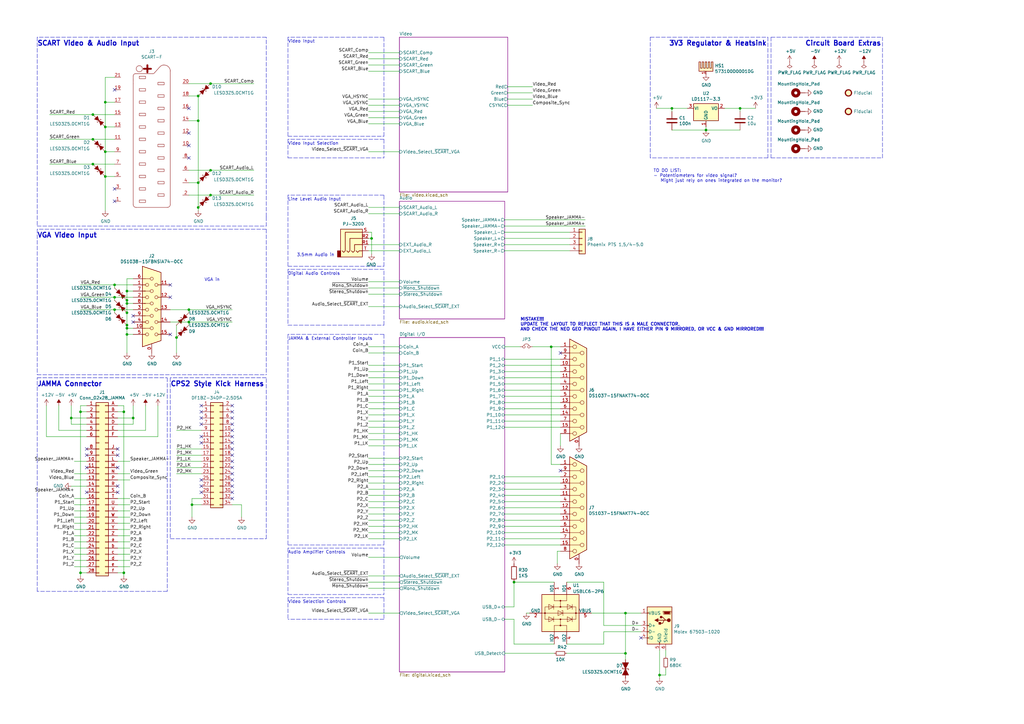
<source format=kicad_sch>
(kicad_sch (version 20200602) (host eeschema "(5.99.0-1907-g1c46bf195)")
  (page 1 4)
  (paper "A3")
  (title_block (title "JAMMA2Console") (date "2020-06-07") (rev "1.1") (company "Gold"))
  (junction (at 29.21 171.45))
  (junction (at 33.02 168.91))
  (junction (at 33.02 234.95))
  (junction (at 38.1 46.99))
  (junction (at 38.1 57.15))
  (junction (at 38.1 67.31))
  (junction (at 43.18 41.91))
  (junction (at 43.18 52.07))
  (junction (at 43.18 62.23))
  (junction (at 43.18 72.39))
  (junction (at 46.99 116.84))
  (junction (at 46.99 121.92))
  (junction (at 46.99 127))
  (junction (at 50.8 168.91))
  (junction (at 50.8 234.95))
  (junction (at 52.07 119.38))
  (junction (at 52.07 123.19))
  (junction (at 52.07 124.46))
  (junction (at 52.07 128.27))
  (junction (at 52.07 133.35))
  (junction (at 52.07 134.62))
  (junction (at 52.07 137.16))
  (junction (at 54.61 171.45))
  (junction (at 72.39 138.43))
  (junction (at 77.47 127))
  (junction (at 77.47 132.08))
  (junction (at 78.74 207.01))
  (junction (at 81.28 39.37))
  (junction (at 81.28 49.53))
  (junction (at 81.28 74.93))
  (junction (at 81.28 85.09))
  (junction (at 86.36 34.29))
  (junction (at 86.36 69.85))
  (junction (at 86.36 80.01))
  (junction (at 152.4 97.79))
  (junction (at 210.82 238.76))
  (junction (at 226.06 142.24))
  (junction (at 256.54 251.46))
  (junction (at 256.54 267.97))
  (junction (at 270.51 276.86))
  (junction (at 275.59 44.45))
  (junction (at 289.56 53.34))
  (junction (at 303.53 44.45))
  (no_connect (at 48.26 201.93))
  (no_connect (at 95.25 171.45))
  (no_connect (at 95.25 191.77))
  (no_connect (at 82.55 173.99))
  (no_connect (at 77.47 64.77))
  (no_connect (at 82.55 166.37))
  (no_connect (at 229.87 144.78))
  (no_connect (at 48.26 186.69))
  (no_connect (at 77.47 44.45))
  (no_connect (at 54.61 132.08))
  (no_connect (at 35.56 201.93))
  (no_connect (at 262.89 261.62))
  (no_connect (at 77.47 54.61))
  (no_connect (at 82.55 168.91))
  (no_connect (at 69.85 121.92))
  (no_connect (at 82.55 171.45))
  (no_connect (at 35.56 191.77))
  (no_connect (at 46.99 36.83))
  (no_connect (at 95.25 179.07))
  (no_connect (at 95.25 201.93))
  (no_connect (at 95.25 181.61))
  (no_connect (at 95.25 194.31))
  (no_connect (at 95.25 204.47))
  (no_connect (at 95.25 199.39))
  (no_connect (at 82.55 181.61))
  (no_connect (at 229.87 193.04))
  (no_connect (at 95.25 196.85))
  (no_connect (at 46.99 77.47))
  (no_connect (at 82.55 201.93))
  (no_connect (at 82.55 199.39))
  (no_connect (at 48.26 191.77))
  (no_connect (at 95.25 184.15))
  (no_connect (at 82.55 196.85))
  (no_connect (at 48.26 199.39))
  (no_connect (at 95.25 189.23))
  (no_connect (at 35.56 186.69))
  (no_connect (at 82.55 179.07))
  (no_connect (at 69.85 137.16))
  (no_connect (at 95.25 173.99))
  (no_connect (at 95.25 168.91))
  (no_connect (at 54.61 129.54))
  (no_connect (at 77.47 59.69))
  (no_connect (at 95.25 186.69))
  (no_connect (at 35.56 184.15))
  (no_connect (at 46.99 82.55))
  (no_connect (at 48.26 184.15))
  (no_connect (at 95.25 176.53))
  (no_connect (at 95.25 166.37))
  (no_connect (at 69.85 116.84))
  (wire (pts (xy 19.05 179.07) (xy 19.05 166.37)))
  (wire (pts (xy 19.05 179.07) (xy 35.56 179.07)))
  (wire (pts (xy 20.32 46.99) (xy 38.1 46.99)))
  (wire (pts (xy 20.32 57.15) (xy 38.1 57.15)))
  (wire (pts (xy 20.32 67.31) (xy 38.1 67.31)))
  (wire (pts (xy 24.13 176.53) (xy 24.13 166.37)))
  (wire (pts (xy 24.13 176.53) (xy 35.56 176.53)))
  (wire (pts (xy 29.21 171.45) (xy 29.21 166.37)))
  (wire (pts (xy 29.21 171.45) (xy 29.21 173.99)))
  (wire (pts (xy 30.48 219.71) (xy 35.56 219.71)))
  (wire (pts (xy 33.02 116.84) (xy 46.99 116.84)))
  (wire (pts (xy 33.02 121.92) (xy 46.99 121.92)))
  (wire (pts (xy 33.02 127) (xy 46.99 127)))
  (wire (pts (xy 33.02 166.37) (xy 33.02 168.91)))
  (wire (pts (xy 33.02 168.91) (xy 33.02 234.95)))
  (wire (pts (xy 33.02 234.95) (xy 33.02 236.22)))
  (wire (pts (xy 35.56 166.37) (xy 33.02 166.37)))
  (wire (pts (xy 35.56 168.91) (xy 33.02 168.91)))
  (wire (pts (xy 35.56 171.45) (xy 29.21 171.45)))
  (wire (pts (xy 35.56 173.99) (xy 29.21 173.99)))
  (wire (pts (xy 35.56 189.23) (xy 30.48 189.23)))
  (wire (pts (xy 35.56 194.31) (xy 30.48 194.31)))
  (wire (pts (xy 35.56 196.85) (xy 30.48 196.85)))
  (wire (pts (xy 35.56 199.39) (xy 29.21 199.39)))
  (wire (pts (xy 35.56 204.47) (xy 30.48 204.47)))
  (wire (pts (xy 35.56 207.01) (xy 30.48 207.01)))
  (wire (pts (xy 35.56 209.55) (xy 30.48 209.55)))
  (wire (pts (xy 35.56 212.09) (xy 30.48 212.09)))
  (wire (pts (xy 35.56 214.63) (xy 30.48 214.63)))
  (wire (pts (xy 35.56 217.17) (xy 30.48 217.17)))
  (wire (pts (xy 35.56 222.25) (xy 30.48 222.25)))
  (wire (pts (xy 35.56 224.79) (xy 30.48 224.79)))
  (wire (pts (xy 35.56 227.33) (xy 30.48 227.33)))
  (wire (pts (xy 35.56 229.87) (xy 30.48 229.87)))
  (wire (pts (xy 35.56 232.41) (xy 30.48 232.41)))
  (wire (pts (xy 35.56 234.95) (xy 33.02 234.95)))
  (wire (pts (xy 38.1 46.99) (xy 46.99 46.99)))
  (wire (pts (xy 38.1 57.15) (xy 46.99 57.15)))
  (wire (pts (xy 38.1 67.31) (xy 46.99 67.31)))
  (wire (pts (xy 43.18 31.75) (xy 43.18 41.91)))
  (wire (pts (xy 43.18 41.91) (xy 43.18 52.07)))
  (wire (pts (xy 43.18 52.07) (xy 43.18 62.23)))
  (wire (pts (xy 43.18 62.23) (xy 43.18 72.39)))
  (wire (pts (xy 43.18 72.39) (xy 43.18 86.36)))
  (wire (pts (xy 46.99 31.75) (xy 43.18 31.75)))
  (wire (pts (xy 46.99 41.91) (xy 43.18 41.91)))
  (wire (pts (xy 46.99 52.07) (xy 43.18 52.07)))
  (wire (pts (xy 46.99 62.23) (xy 43.18 62.23)))
  (wire (pts (xy 46.99 72.39) (xy 43.18 72.39)))
  (wire (pts (xy 46.99 116.84) (xy 54.61 116.84)))
  (wire (pts (xy 46.99 118.11) (xy 46.99 116.84)))
  (wire (pts (xy 46.99 121.92) (xy 54.61 121.92)))
  (wire (pts (xy 46.99 123.19) (xy 46.99 121.92)))
  (wire (pts (xy 46.99 127) (xy 54.61 127)))
  (wire (pts (xy 46.99 128.27) (xy 46.99 127)))
  (wire (pts (xy 48.26 166.37) (xy 50.8 166.37)))
  (wire (pts (xy 48.26 171.45) (xy 54.61 171.45)))
  (wire (pts (xy 48.26 176.53) (xy 59.69 176.53)))
  (wire (pts (xy 48.26 179.07) (xy 64.77 179.07)))
  (wire (pts (xy 48.26 189.23) (xy 53.34 189.23)))
  (wire (pts (xy 48.26 207.01) (xy 53.34 207.01)))
  (wire (pts (xy 48.26 209.55) (xy 53.34 209.55)))
  (wire (pts (xy 48.26 212.09) (xy 53.34 212.09)))
  (wire (pts (xy 48.26 214.63) (xy 53.34 214.63)))
  (wire (pts (xy 48.26 217.17) (xy 53.34 217.17)))
  (wire (pts (xy 48.26 219.71) (xy 53.34 219.71)))
  (wire (pts (xy 48.26 222.25) (xy 53.34 222.25)))
  (wire (pts (xy 48.26 224.79) (xy 53.34 224.79)))
  (wire (pts (xy 48.26 227.33) (xy 53.34 227.33)))
  (wire (pts (xy 48.26 229.87) (xy 53.34 229.87)))
  (wire (pts (xy 48.26 234.95) (xy 50.8 234.95)))
  (wire (pts (xy 50.8 166.37) (xy 50.8 168.91)))
  (wire (pts (xy 50.8 168.91) (xy 48.26 168.91)))
  (wire (pts (xy 50.8 168.91) (xy 50.8 234.95)))
  (wire (pts (xy 50.8 234.95) (xy 50.8 236.22)))
  (wire (pts (xy 52.07 114.3) (xy 52.07 119.38)))
  (wire (pts (xy 52.07 119.38) (xy 52.07 123.19)))
  (wire (pts (xy 52.07 119.38) (xy 54.61 119.38)))
  (wire (pts (xy 52.07 123.19) (xy 52.07 124.46)))
  (wire (pts (xy 52.07 124.46) (xy 52.07 128.27)))
  (wire (pts (xy 52.07 124.46) (xy 54.61 124.46)))
  (wire (pts (xy 52.07 128.27) (xy 52.07 133.35)))
  (wire (pts (xy 52.07 133.35) (xy 52.07 134.62)))
  (wire (pts (xy 52.07 134.62) (xy 52.07 137.16)))
  (wire (pts (xy 52.07 134.62) (xy 54.61 134.62)))
  (wire (pts (xy 52.07 137.16) (xy 52.07 144.78)))
  (wire (pts (xy 52.07 137.16) (xy 54.61 137.16)))
  (wire (pts (xy 53.34 194.31) (xy 48.26 194.31)))
  (wire (pts (xy 53.34 196.85) (xy 48.26 196.85)))
  (wire (pts (xy 53.34 204.47) (xy 48.26 204.47)))
  (wire (pts (xy 53.34 232.41) (xy 48.26 232.41)))
  (wire (pts (xy 54.61 114.3) (xy 52.07 114.3)))
  (wire (pts (xy 54.61 171.45) (xy 54.61 166.37)))
  (wire (pts (xy 54.61 171.45) (xy 54.61 173.99)))
  (wire (pts (xy 54.61 173.99) (xy 48.26 173.99)))
  (wire (pts (xy 59.69 176.53) (xy 59.69 166.37)))
  (wire (pts (xy 64.77 179.07) (xy 64.77 166.37)))
  (wire (pts (xy 69.85 127) (xy 77.47 127)))
  (wire (pts (xy 69.85 132.08) (xy 77.47 132.08)))
  (wire (pts (xy 72.39 133.35) (xy 72.39 138.43)))
  (wire (pts (xy 72.39 138.43) (xy 72.39 144.78)))
  (wire (pts (xy 72.39 176.53) (xy 82.55 176.53)))
  (wire (pts (xy 77.47 34.29) (xy 86.36 34.29)))
  (wire (pts (xy 77.47 39.37) (xy 81.28 39.37)))
  (wire (pts (xy 77.47 49.53) (xy 81.28 49.53)))
  (wire (pts (xy 77.47 69.85) (xy 86.36 69.85)))
  (wire (pts (xy 77.47 74.93) (xy 81.28 74.93)))
  (wire (pts (xy 77.47 80.01) (xy 86.36 80.01)))
  (wire (pts (xy 77.47 127) (xy 77.47 128.27)))
  (wire (pts (xy 77.47 127) (xy 95.25 127)))
  (wire (pts (xy 77.47 132.08) (xy 77.47 133.35)))
  (wire (pts (xy 77.47 132.08) (xy 95.25 132.08)))
  (wire (pts (xy 78.74 204.47) (xy 78.74 207.01)))
  (wire (pts (xy 78.74 207.01) (xy 78.74 212.09)))
  (wire (pts (xy 78.74 207.01) (xy 82.55 207.01)))
  (wire (pts (xy 81.28 39.37) (xy 81.28 49.53)))
  (wire (pts (xy 81.28 49.53) (xy 81.28 74.93)))
  (wire (pts (xy 81.28 74.93) (xy 81.28 85.09)))
  (wire (pts (xy 81.28 85.09) (xy 81.28 86.36)))
  (wire (pts (xy 82.55 184.15) (xy 72.39 184.15)))
  (wire (pts (xy 82.55 186.69) (xy 72.39 186.69)))
  (wire (pts (xy 82.55 189.23) (xy 72.39 189.23)))
  (wire (pts (xy 82.55 191.77) (xy 72.39 191.77)))
  (wire (pts (xy 82.55 194.31) (xy 72.39 194.31)))
  (wire (pts (xy 82.55 204.47) (xy 78.74 204.47)))
  (wire (pts (xy 86.36 34.29) (xy 104.14 34.29)))
  (wire (pts (xy 86.36 69.85) (xy 104.14 69.85)))
  (wire (pts (xy 86.36 80.01) (xy 104.14 80.01)))
  (wire (pts (xy 95.25 207.01) (xy 99.06 207.01)))
  (wire (pts (xy 99.06 207.01) (xy 99.06 212.09)))
  (wire (pts (xy 151.13 21.59) (xy 163.83 21.59)))
  (wire (pts (xy 151.13 24.13) (xy 163.83 24.13)))
  (wire (pts (xy 151.13 26.67) (xy 163.83 26.67)))
  (wire (pts (xy 151.13 29.21) (xy 163.83 29.21)))
  (wire (pts (xy 151.13 62.23) (xy 163.83 62.23)))
  (wire (pts (xy 151.13 85.09) (xy 163.83 85.09)))
  (wire (pts (xy 151.13 87.63) (xy 163.83 87.63)))
  (wire (pts (xy 151.13 95.25) (xy 152.4 95.25)))
  (wire (pts (xy 151.13 97.79) (xy 152.4 97.79)))
  (wire (pts (xy 151.13 100.33) (xy 163.83 100.33)))
  (wire (pts (xy 151.13 102.87) (xy 163.83 102.87)))
  (wire (pts (xy 151.13 115.57) (xy 163.83 115.57)))
  (wire (pts (xy 151.13 118.11) (xy 163.83 118.11)))
  (wire (pts (xy 151.13 120.65) (xy 163.83 120.65)))
  (wire (pts (xy 151.13 149.86) (xy 163.83 149.86)))
  (wire (pts (xy 151.13 152.4) (xy 163.83 152.4)))
  (wire (pts (xy 151.13 154.94) (xy 163.83 154.94)))
  (wire (pts (xy 151.13 157.48) (xy 163.83 157.48)))
  (wire (pts (xy 151.13 160.02) (xy 163.83 160.02)))
  (wire (pts (xy 151.13 162.56) (xy 163.83 162.56)))
  (wire (pts (xy 151.13 165.1) (xy 163.83 165.1)))
  (wire (pts (xy 151.13 167.64) (xy 163.83 167.64)))
  (wire (pts (xy 151.13 170.18) (xy 163.83 170.18)))
  (wire (pts (xy 151.13 172.72) (xy 163.83 172.72)))
  (wire (pts (xy 151.13 175.26) (xy 163.83 175.26)))
  (wire (pts (xy 151.13 177.8) (xy 163.83 177.8)))
  (wire (pts (xy 151.13 180.34) (xy 163.83 180.34)))
  (wire (pts (xy 151.13 182.88) (xy 163.83 182.88)))
  (wire (pts (xy 151.13 187.96) (xy 163.83 187.96)))
  (wire (pts (xy 151.13 190.5) (xy 163.83 190.5)))
  (wire (pts (xy 151.13 193.04) (xy 163.83 193.04)))
  (wire (pts (xy 151.13 195.58) (xy 163.83 195.58)))
  (wire (pts (xy 151.13 198.12) (xy 163.83 198.12)))
  (wire (pts (xy 151.13 200.66) (xy 163.83 200.66)))
  (wire (pts (xy 151.13 203.2) (xy 163.83 203.2)))
  (wire (pts (xy 151.13 205.74) (xy 163.83 205.74)))
  (wire (pts (xy 151.13 208.28) (xy 163.83 208.28)))
  (wire (pts (xy 151.13 210.82) (xy 163.83 210.82)))
  (wire (pts (xy 151.13 213.36) (xy 163.83 213.36)))
  (wire (pts (xy 151.13 215.9) (xy 163.83 215.9)))
  (wire (pts (xy 151.13 218.44) (xy 163.83 218.44)))
  (wire (pts (xy 151.13 220.98) (xy 163.83 220.98)))
  (wire (pts (xy 151.13 228.6) (xy 163.83 228.6)))
  (wire (pts (xy 151.13 238.76) (xy 163.83 238.76)))
  (wire (pts (xy 151.13 241.3) (xy 163.83 241.3)))
  (wire (pts (xy 152.4 95.25) (xy 152.4 97.79)))
  (wire (pts (xy 152.4 97.79) (xy 152.4 104.14)))
  (wire (pts (xy 163.83 40.64) (xy 151.13 40.64)))
  (wire (pts (xy 163.83 43.18) (xy 151.13 43.18)))
  (wire (pts (xy 163.83 45.72) (xy 151.13 45.72)))
  (wire (pts (xy 163.83 48.26) (xy 151.13 48.26)))
  (wire (pts (xy 163.83 50.8) (xy 151.13 50.8)))
  (wire (pts (xy 163.83 125.73) (xy 151.13 125.73)))
  (wire (pts (xy 163.83 142.24) (xy 151.13 142.24)))
  (wire (pts (xy 163.83 144.78) (xy 151.13 144.78)))
  (wire (pts (xy 163.83 236.22) (xy 151.13 236.22)))
  (wire (pts (xy 163.83 251.46) (xy 151.13 251.46)))
  (wire (pts (xy 207.01 90.17) (xy 240.03 90.17)))
  (wire (pts (xy 207.01 92.71) (xy 240.03 92.71)))
  (wire (pts (xy 207.01 95.25) (xy 233.68 95.25)))
  (wire (pts (xy 207.01 97.79) (xy 233.68 97.79)))
  (wire (pts (xy 207.01 100.33) (xy 233.68 100.33)))
  (wire (pts (xy 207.01 102.87) (xy 233.68 102.87)))
  (wire (pts (xy 207.01 147.32) (xy 229.87 147.32)))
  (wire (pts (xy 207.01 149.86) (xy 229.87 149.86)))
  (wire (pts (xy 207.01 152.4) (xy 229.87 152.4)))
  (wire (pts (xy 207.01 154.94) (xy 229.87 154.94)))
  (wire (pts (xy 207.01 157.48) (xy 229.87 157.48)))
  (wire (pts (xy 207.01 160.02) (xy 229.87 160.02)))
  (wire (pts (xy 207.01 162.56) (xy 229.87 162.56)))
  (wire (pts (xy 207.01 165.1) (xy 229.87 165.1)))
  (wire (pts (xy 207.01 167.64) (xy 229.87 167.64)))
  (wire (pts (xy 207.01 170.18) (xy 229.87 170.18)))
  (wire (pts (xy 207.01 172.72) (xy 229.87 172.72)))
  (wire (pts (xy 207.01 175.26) (xy 229.87 175.26)))
  (wire (pts (xy 207.01 195.58) (xy 229.87 195.58)))
  (wire (pts (xy 207.01 198.12) (xy 229.87 198.12)))
  (wire (pts (xy 207.01 200.66) (xy 229.87 200.66)))
  (wire (pts (xy 207.01 203.2) (xy 229.87 203.2)))
  (wire (pts (xy 207.01 205.74) (xy 229.87 205.74)))
  (wire (pts (xy 207.01 208.28) (xy 229.87 208.28)))
  (wire (pts (xy 207.01 210.82) (xy 229.87 210.82)))
  (wire (pts (xy 207.01 213.36) (xy 229.87 213.36)))
  (wire (pts (xy 207.01 215.9) (xy 229.87 215.9)))
  (wire (pts (xy 207.01 218.44) (xy 229.87 218.44)))
  (wire (pts (xy 207.01 220.98) (xy 229.87 220.98)))
  (wire (pts (xy 207.01 223.52) (xy 229.87 223.52)))
  (wire (pts (xy 207.01 254) (xy 210.82 254)))
  (wire (pts (xy 208.28 35.56) (xy 218.44 35.56)))
  (wire (pts (xy 208.28 38.1) (xy 218.44 38.1)))
  (wire (pts (xy 208.28 40.64) (xy 218.44 40.64)))
  (wire (pts (xy 208.28 43.18) (xy 218.44 43.18)))
  (wire (pts (xy 210.82 238.76) (xy 210.82 248.92)))
  (wire (pts (xy 210.82 248.92) (xy 207.01 248.92)))
  (wire (pts (xy 210.82 254) (xy 210.82 264.16)))
  (wire (pts (xy 210.82 264.16) (xy 227.33 264.16)))
  (wire (pts (xy 213.36 142.24) (xy 207.01 142.24)))
  (wire (pts (xy 217.17 251.46) (xy 215.9 251.46)))
  (wire (pts (xy 226.06 142.24) (xy 218.44 142.24)))
  (wire (pts (xy 226.06 142.24) (xy 226.06 190.5)))
  (wire (pts (xy 226.06 142.24) (xy 229.87 142.24)))
  (wire (pts (xy 227.33 238.76) (xy 210.82 238.76)))
  (wire (pts (xy 227.33 267.97) (xy 207.01 267.97)))
  (wire (pts (xy 228.6 226.06) (xy 228.6 231.14)))
  (wire (pts (xy 228.6 226.06) (xy 229.87 226.06)))
  (wire (pts (xy 229.87 177.8) (xy 229.87 182.88)))
  (wire (pts (xy 229.87 190.5) (xy 226.06 190.5)))
  (wire (pts (xy 232.41 238.76) (xy 247.65 238.76)))
  (wire (pts (xy 242.57 251.46) (xy 256.54 251.46)))
  (wire (pts (xy 247.65 238.76) (xy 247.65 256.54)))
  (wire (pts (xy 247.65 256.54) (xy 262.89 256.54)))
  (wire (pts (xy 247.65 259.08) (xy 247.65 264.16)))
  (wire (pts (xy 247.65 264.16) (xy 232.41 264.16)))
  (wire (pts (xy 256.54 251.46) (xy 256.54 267.97)))
  (wire (pts (xy 256.54 251.46) (xy 262.89 251.46)))
  (wire (pts (xy 256.54 267.97) (xy 232.41 267.97)))
  (wire (pts (xy 256.54 270.51) (xy 256.54 267.97)))
  (wire (pts (xy 262.89 259.08) (xy 247.65 259.08)))
  (wire (pts (xy 270.51 266.7) (xy 270.51 276.86)))
  (wire (pts (xy 270.51 276.86) (xy 270.51 278.13)))
  (wire (pts (xy 273.05 269.24) (xy 273.05 266.7)))
  (wire (pts (xy 273.05 274.32) (xy 273.05 276.86)))
  (wire (pts (xy 273.05 276.86) (xy 270.51 276.86)))
  (wire (pts (xy 275.59 44.45) (xy 269.24 44.45)))
  (wire (pts (xy 275.59 44.45) (xy 281.94 44.45)))
  (wire (pts (xy 275.59 45.72) (xy 275.59 44.45)))
  (wire (pts (xy 275.59 53.34) (xy 289.56 53.34)))
  (wire (pts (xy 289.56 53.34) (xy 289.56 52.07)))
  (wire (pts (xy 297.18 44.45) (xy 303.53 44.45)))
  (wire (pts (xy 303.53 44.45) (xy 303.53 45.72)))
  (wire (pts (xy 303.53 44.45) (xy 309.88 44.45)))
  (wire (pts (xy 303.53 53.34) (xy 289.56 53.34)))
  (polyline (pts (xy 15.24 15.24) (xy 15.24 92.71)) (stroke (width 0) (type dash)))
  (polyline (pts (xy 15.24 92.71) (xy 109.22 92.71)) (stroke (width 0) (type dash)))
  (polyline (pts (xy 15.24 93.98) (xy 15.24 153.67)) (stroke (width 0) (type dash)))
  (polyline (pts (xy 15.24 153.67) (xy 109.22 153.67)) (stroke (width 0) (type dash)))
  (polyline (pts (xy 15.24 154.94) (xy 68.58 154.94)) (stroke (width 0) (type dash)))
  (polyline (pts (xy 15.24 242.57) (xy 15.24 154.94)) (stroke (width 0) (type dash)))
  (polyline (pts (xy 68.58 154.94) (xy 68.58 242.57)) (stroke (width 0) (type dash)))
  (polyline (pts (xy 68.58 242.57) (xy 15.24 242.57)) (stroke (width 0) (type dash)))
  (polyline (pts (xy 69.85 154.94) (xy 69.85 220.98)) (stroke (width 0) (type dash)))
  (polyline (pts (xy 69.85 220.98) (xy 109.22 220.98)) (stroke (width 0) (type dash)))
  (polyline (pts (xy 109.22 15.24) (xy 15.24 15.24)) (stroke (width 0) (type dash)))
  (polyline (pts (xy 109.22 88.9) (xy 109.22 15.24)) (stroke (width 0) (type dash)))
  (polyline (pts (xy 109.22 88.9) (xy 109.22 92.71)) (stroke (width 0) (type dash)))
  (polyline (pts (xy 109.22 93.98) (xy 15.24 93.98)) (stroke (width 0) (type dash)))
  (polyline (pts (xy 109.22 93.98) (xy 109.22 153.67)) (stroke (width 0) (type dash)))
  (polyline (pts (xy 109.22 154.94) (xy 69.85 154.94)) (stroke (width 0) (type dash)))
  (polyline (pts (xy 109.22 220.98) (xy 109.22 154.94)) (stroke (width 0) (type dash)))
  (polyline (pts (xy 118.11 15.24) (xy 118.11 55.88)) (stroke (width 0) (type dash)))
  (polyline (pts (xy 118.11 55.88) (xy 157.48 55.88)) (stroke (width 0) (type dash)))
  (polyline (pts (xy 118.11 57.15) (xy 118.11 64.77)) (stroke (width 0) (type dash)))
  (polyline (pts (xy 118.11 64.77) (xy 157.48 64.77)) (stroke (width 0) (type dash)))
  (polyline (pts (xy 118.11 80.01) (xy 118.11 109.22)) (stroke (width 0) (type dash)))
  (polyline (pts (xy 118.11 109.22) (xy 157.48 109.22)) (stroke (width 0) (type dash)))
  (polyline (pts (xy 118.11 110.49) (xy 118.11 133.35)) (stroke (width 0) (type dash)))
  (polyline (pts (xy 118.11 133.35) (xy 157.48 133.35)) (stroke (width 0) (type dash)))
  (polyline (pts (xy 118.11 137.16) (xy 118.11 223.52)) (stroke (width 0) (type dash)))
  (polyline (pts (xy 118.11 223.52) (xy 157.48 223.52)) (stroke (width 0) (type dash)))
  (polyline (pts (xy 118.11 224.79) (xy 118.11 243.84)) (stroke (width 0) (type dash)))
  (polyline (pts (xy 118.11 243.84) (xy 157.48 243.84)) (stroke (width 0) (type dash)))
  (polyline (pts (xy 118.11 245.11) (xy 118.11 254)) (stroke (width 0) (type dash)))
  (polyline (pts (xy 157.48 15.24) (xy 118.11 15.24)) (stroke (width 0) (type dash)))
  (polyline (pts (xy 157.48 55.88) (xy 157.48 15.24)) (stroke (width 0) (type dash)))
  (polyline (pts (xy 157.48 57.15) (xy 118.11 57.15)) (stroke (width 0) (type dash)))
  (polyline (pts (xy 157.48 57.15) (xy 157.48 64.77)) (stroke (width 0) (type dash)))
  (polyline (pts (xy 157.48 80.01) (xy 118.11 80.01)) (stroke (width 0) (type dash)))
  (polyline (pts (xy 157.48 109.22) (xy 157.48 80.01)) (stroke (width 0) (type dash)))
  (polyline (pts (xy 157.48 110.49) (xy 118.11 110.49)) (stroke (width 0) (type dash)))
  (polyline (pts (xy 157.48 133.35) (xy 157.48 110.49)) (stroke (width 0) (type dash)))
  (polyline (pts (xy 157.48 137.16) (xy 118.11 137.16)) (stroke (width 0) (type dash)))
  (polyline (pts (xy 157.48 137.16) (xy 157.48 223.52)) (stroke (width 0) (type dash)))
  (polyline (pts (xy 157.48 224.79) (xy 118.11 224.79)) (stroke (width 0) (type dash)))
  (polyline (pts (xy 157.48 224.79) (xy 157.48 243.84)) (stroke (width 0) (type dash)))
  (polyline (pts (xy 157.48 245.11) (xy 118.11 245.11)) (stroke (width 0) (type dash)))
  (polyline (pts (xy 157.48 245.11) (xy 157.48 254)) (stroke (width 0) (type dash)))
  (polyline (pts (xy 157.48 254) (xy 118.11 254)) (stroke (width 0) (type dash)))
  (polyline (pts (xy 266.7 15.24) (xy 314.96 15.24)) (stroke (width 0) (type dash)))
  (polyline (pts (xy 266.7 64.77) (xy 266.7 15.24)) (stroke (width 0) (type dash)))
  (polyline (pts (xy 314.96 15.24) (xy 314.96 64.77)) (stroke (width 0) (type dash)))
  (polyline (pts (xy 314.96 64.77) (xy 266.7 64.77)) (stroke (width 0) (type dash)))
  (polyline (pts (xy 316.23 15.24) (xy 316.23 64.77)) (stroke (width 0) (type dash)))
  (polyline (pts (xy 316.23 15.24) (xy 361.95 15.24)) (stroke (width 0) (type dash)))
  (polyline (pts (xy 316.23 64.77) (xy 361.95 64.77)) (stroke (width 0) (type dash)))
  (polyline (pts (xy 361.95 64.77) (xy 361.95 15.24)) (stroke (width 0) (type dash)))
  (text "SCART Video & Audio Input" (at 15.24 19.05 0) (effects (font (size 2.007 2.007) (thickness 0.4014) bold) (justify left bottom)))
  (text "VGA Video Input" (at 15.24 97.79 0) (effects (font (size 2.007 2.007) (thickness 0.4014) bold) (justify left bottom)))
  (text "JAMMA Connector" (at 15.24 158.75 0) (effects (font (size 2.007 2.007) (thickness 0.4014) bold) (justify left bottom)))
  (text "CPS2 Style Kick Harness" (at 69.85 158.75 0) (effects (font (size 2.007 2.007) (thickness 0.4014) bold) (justify left bottom)))
  (text "VGA in" (at 83.82 115.57 0) (effects (font (size 1.27 1.27)) (justify left bottom)))
  (text "Video Input" (at 118.11 17.78 0) (effects (font (size 1.27 1.27)) (justify left bottom)))
  (text "Video Input Selection" (at 118.11 59.69 0) (effects (font (size 1.27 1.27)) (justify left bottom)))
  (text "Line Level Audio Input" (at 118.11 82.55 0) (effects (font (size 1.27 1.27)) (justify left bottom)))
  (text "Digital Audio Controls" (at 118.11 113.03 0) (effects (font (size 1.27 1.27)) (justify left bottom)))
  (text "JAMMA & External Controller Inputs" (at 118.11 139.7 0) (effects (font (size 1.27 1.27)) (justify left bottom)))
  (text "Audio Amplifier Controls" (at 118.11 227.33 0) (effects (font (size 1.27 1.27)) (justify left bottom)))
  (text "Video Selection Controls" (at 118.11 247.65 0) (effects (font (size 1.27 1.27)) (justify left bottom)))
  (text "3.5mm Audio in" (at 137.16 105.41 180) (effects (font (size 1.27 1.27)) (justify right bottom)))
  (text "MISTAKE!!!\nUPDATE THE LAYOUT TO REFLECT THAT THIS IS A MALE CONNECTOR,\nAND CHECK THE NEO GEO PINOUT AGAIN, I HAVE EITHER PIN 9 MIRRORED, OR VCC & GND MIRRORED!!!" (at 213.36 135.89 0) (effects (font (size 1.27 1.27) (thickness 0.254) bold) (justify left bottom)))
  (text "TO DO LIST:\n- Potentiometers for video signal?\n   Might just rely on ones integrated on the monitor?" (at 267.97 74.93 0) (effects (font (size 1.27 1.27)) (justify left bottom)))
  (text "3V3 Regulator & Heatsink" (at 274.32 19.05 0) (effects (font (size 2 2) (thickness 0.4) bold) (justify left bottom)))
  (text "Circuit Board Extras" (at 330.2 19.05 0) (effects (font (size 2 2) (thickness 0.4) bold) (justify left bottom)))
  (label "SCART_Red" (at 20.32 46.99 0))
  (label "SCART_Green" (at 20.32 57.15 0))
  (label "SCART_Blue" (at 20.32 67.31 0))
  (label "Speaker_JAMMA+" (at 30.48 189.23 180))
  (label "Video_Red" (at 30.48 194.31 180))
  (label "Video_Blue" (at 30.48 196.85 180))
  (label "Speaker_JAMMA+" (at 30.48 201.93 180))
  (label "Coin_A" (at 30.48 204.47 180))
  (label "P1_Start" (at 30.48 207.01 180))
  (label "P1_Up" (at 30.48 209.55 180))
  (label "P1_Down" (at 30.48 212.09 180))
  (label "P1_Left" (at 30.48 214.63 180))
  (label "P1_Right" (at 30.48 217.17 180))
  (label "P1_A" (at 30.48 219.71 180))
  (label "P1_B" (at 30.48 222.25 180))
  (label "P1_C" (at 30.48 224.79 180))
  (label "P1_X" (at 30.48 227.33 180))
  (label "P1_Y" (at 30.48 229.87 180))
  (label "P1_Z" (at 30.48 232.41 180))
  (label "VGA_Red" (at 33.02 116.84 0))
  (label "VGA_Green" (at 33.02 121.92 0))
  (label "VGA_Blue" (at 33.02 127 0))
  (label "Speaker_JAMMA-" (at 53.34 189.23 0))
  (label "Video_Green" (at 53.34 194.31 0))
  (label "Composite_Sync" (at 53.34 196.85 0))
  (label "Coin_B" (at 53.34 204.47 0))
  (label "P2_Start" (at 53.34 207.01 0))
  (label "P2_Up" (at 53.34 209.55 0))
  (label "P2_Down" (at 53.34 212.09 0))
  (label "P2_Left" (at 53.34 214.63 0))
  (label "P2_Right" (at 53.34 217.17 0))
  (label "P2_A" (at 53.34 219.71 0))
  (label "P2_B" (at 53.34 222.25 0))
  (label "P2_C" (at 53.34 224.79 0))
  (label "P2_X" (at 53.34 227.33 0))
  (label "P2_Y" (at 53.34 229.87 0))
  (label "P2_Z" (at 53.34 232.41 0))
  (label "P2_HK" (at 72.39 176.53 0))
  (label "P1_HK" (at 72.39 184.15 0))
  (label "P1_MK" (at 72.39 186.69 0))
  (label "P1_LK" (at 72.39 189.23 0))
  (label "P2_LK" (at 72.39 191.77 0))
  (label "P2_MK" (at 72.39 194.31 0))
  (label "VGA_HSYNC" (at 95.25 127 180))
  (label "VGA_VSYNC" (at 95.25 132.08 180))
  (label "SCART_Comp" (at 104.14 34.29 180))
  (label "SCART_Audio_L" (at 104.14 69.85 180))
  (label "SCART_Audio_R" (at 104.14 80.01 180))
  (label "SCART_Comp" (at 151.13 21.59 180))
  (label "SCART_Red" (at 151.13 24.13 180))
  (label "SCART_Green" (at 151.13 26.67 180))
  (label "SCART_Blue" (at 151.13 29.21 180))
  (label "VGA_HSYNC" (at 151.13 40.64 180))
  (label "VGA_VSYNC" (at 151.13 43.18 180))
  (label "VGA_Red" (at 151.13 45.72 180))
  (label "VGA_Green" (at 151.13 48.26 180))
  (label "VGA_Blue" (at 151.13 50.8 180))
  (label "Video_Select_~SCART~_VGA" (at 151.13 62.23 180))
  (label "SCART_Audio_L" (at 151.13 85.09 180))
  (label "SCART_Audio_R" (at 151.13 87.63 180))
  (label "Volume" (at 151.13 115.57 180))
  (label "~Mono_Shutdown~" (at 151.13 118.11 180))
  (label "~Stereo_Shutdown~" (at 151.13 120.65 180))
  (label "Audio_Select_~SCART~_EXT" (at 151.13 125.73 180))
  (label "Coin_A" (at 151.13 142.24 180))
  (label "Coin_B" (at 151.13 144.78 180))
  (label "P1_Start" (at 151.13 149.86 180))
  (label "P1_Up" (at 151.13 152.4 180))
  (label "P1_Down" (at 151.13 154.94 180))
  (label "P1_Left" (at 151.13 157.48 180))
  (label "P1_Right" (at 151.13 160.02 180))
  (label "P1_A" (at 151.13 162.56 180))
  (label "P1_B" (at 151.13 165.1 180))
  (label "P1_C" (at 151.13 167.64 180))
  (label "P1_X" (at 151.13 170.18 180))
  (label "P1_Y" (at 151.13 172.72 180))
  (label "P1_Z" (at 151.13 175.26 180))
  (label "P1_HK" (at 151.13 177.8 180))
  (label "P1_MK" (at 151.13 180.34 180))
  (label "P1_LK" (at 151.13 182.88 180))
  (label "P2_Start" (at 151.13 187.96 180))
  (label "P2_Up" (at 151.13 190.5 180))
  (label "P2_Down" (at 151.13 193.04 180))
  (label "P2_Left" (at 151.13 195.58 180))
  (label "P2_Right" (at 151.13 198.12 180))
  (label "P2_A" (at 151.13 200.66 180))
  (label "P2_B" (at 151.13 203.2 180))
  (label "P2_C" (at 151.13 205.74 180))
  (label "P2_X" (at 151.13 208.28 180))
  (label "P2_Y" (at 151.13 210.82 180))
  (label "P2_Z" (at 151.13 213.36 180))
  (label "P2_HK" (at 151.13 215.9 180))
  (label "P2_MK" (at 151.13 218.44 180))
  (label "P2_LK" (at 151.13 220.98 180))
  (label "Volume" (at 151.13 228.6 180))
  (label "Audio_Select_~SCART~_EXT" (at 151.13 236.22 180))
  (label "~Stereo_Shutdown~" (at 151.13 238.76 180))
  (label "~Mono_Shutdown~" (at 151.13 241.3 180))
  (label "Video_Select_~SCART~_VGA" (at 151.13 251.46 180))
  (label "Video_Red" (at 218.44 35.56 0))
  (label "Video_Green" (at 218.44 38.1 0))
  (label "Video_Blue" (at 218.44 40.64 0))
  (label "Composite_Sync" (at 218.44 43.18 0))
  (label "Speaker_JAMMA-" (at 240.03 90.17 180))
  (label "Speaker_JAMMA+" (at 240.03 92.71 180))
  (label "D+" (at 259.08 256.54 0))
  (label "D-" (at 259.08 259.08 0))
  (symbol (lib_id "power:PWR_FLAG") (at 323.85 25.4 180) (unit 1)
    (property "Reference" "#FLG0101" (effects hide))
    (property "Value" "PWR_FLAG" (at 323.85 29.7942 0))
  )
  (symbol (lib_id "power:PWR_FLAG") (at 334.01 25.4 180) (unit 1)
    (property "Reference" "#FLG0102" (effects hide))
    (property "Value" "PWR_FLAG" (at 334.01 29.7942 0))
  )
  (symbol (lib_id "power:PWR_FLAG") (at 344.17 25.4 180) (unit 1)
    (property "Reference" "#FLG0103" (effects hide))
    (property "Value" "PWR_FLAG" (at 344.17 29.7942 0))
  )
  (symbol (lib_id "power:PWR_FLAG") (at 354.33 25.4 180) (unit 1)
    (property "Reference" "#FLG0104" (effects hide))
    (property "Value" "PWR_FLAG" (at 354.33 29.7942 0))
  )
  (symbol (lib_id "power:+12V") (at 19.05 166.37 0) (unit 1)
    (property "Reference" "#PWR0142" (effects hide))
    (property "Value" "+12V" (at 19.431 161.9758 0))
  )
  (symbol (lib_id "power:-5V") (at 24.13 166.37 0) (unit 1)
    (property "Reference" "#PWR02" (effects hide))
    (property "Value" "-5V" (at 24.511 161.9758 0))
  )
  (symbol (lib_id "power:+5V") (at 29.21 166.37 0) (unit 1)
    (property "Reference" "#PWR03" (effects hide))
    (property "Value" "+5V" (at 29.591 161.9758 0))
  )
  (symbol (lib_id "power:+5V") (at 54.61 166.37 0) (unit 1)
    (property "Reference" "#PWR09" (effects hide))
    (property "Value" "+5V" (at 54.991 161.9758 0))
  )
  (symbol (lib_id "power:-5V") (at 59.69 166.37 0) (unit 1)
    (property "Reference" "#PWR010" (effects hide))
    (property "Value" "-5V" (at 60.071 161.9758 0))
  )
  (symbol (lib_id "power:+12V") (at 64.77 166.37 0) (unit 1)
    (property "Reference" "#PWR0144" (effects hide))
    (property "Value" "+12V" (at 65.151 161.9758 0))
  )
  (symbol (lib_id "power:+3V3") (at 210.82 231.14 0) (unit 1)
    (property "Reference" "#PWR0149" (effects hide))
    (property "Value" "+3V3" (at 211.201 226.7458 0))
  )
  (symbol (lib_id "power:+5V") (at 269.24 44.45 0) (unit 1)
    (property "Reference" "#PWR021" (effects hide))
    (property "Value" "+5V" (at 269.621 40.0558 0))
  )
  (symbol (lib_id "power:+3V3") (at 309.88 44.45 0) (unit 1)
    (property "Reference" "#PWR023" (effects hide))
    (property "Value" "+3V3" (at 310.261 40.0558 0))
  )
  (symbol (lib_id "power:+5V") (at 323.85 25.4 0) (unit 1)
    (property "Reference" "#PWR0145" (effects hide))
    (property "Value" "+5V" (at 324.231 21.0058 0))
  )
  (symbol (lib_id "power:-5V") (at 334.01 25.4 0) (unit 1)
    (property "Reference" "#PWR0146" (effects hide))
    (property "Value" "-5V" (at 334.391 21.0058 0))
  )
  (symbol (lib_id "power:+12V") (at 344.17 25.4 0) (unit 1)
    (property "Reference" "#PWR0147" (effects hide))
    (property "Value" "+12V" (at 344.551 21.0058 0))
  )
  (symbol (lib_id "power:-12V") (at 354.33 25.4 0) (unit 1)
    (property "Reference" "#PWR0148" (effects hide))
    (property "Value" "-12V" (at 354.711 21.0058 0))
  )
  (symbol (lib_id "power:GND") (at 29.21 199.39 270) (mirror x) (unit 1)
    (property "Reference" "#PWR04" (effects hide))
    (property "Value" "GND" (at 25.9588 199.263 90) (effects (justify right)))
  )
  (symbol (lib_id "power:GND") (at 33.02 236.22 0) (unit 1)
    (property "Reference" "#PWR05" (effects hide))
    (property "Value" "GND" (at 33.147 240.6142 0))
  )
  (symbol (lib_id "power:GND") (at 43.18 86.36 0) (unit 1)
    (property "Reference" "#PWR06" (effects hide))
    (property "Value" "GND" (at 43.307 90.7542 0))
  )
  (symbol (lib_id "power:GND") (at 50.8 236.22 0) (unit 1)
    (property "Reference" "#PWR08" (effects hide))
    (property "Value" "GND" (at 50.927 240.6142 0))
  )
  (symbol (lib_id "power:GND") (at 52.07 144.78 0) (unit 1)
    (property "Reference" "#PWR07" (effects hide))
    (property "Value" "GND" (at 52.197 149.1742 0))
  )
  (symbol (lib_id "power:GND") (at 62.23 144.78 0) (unit 1)
    (property "Reference" "#PWR0156" (effects hide))
    (property "Value" "GND" (at 62.357 149.1742 0))
  )
  (symbol (lib_id "power:GND") (at 72.39 144.78 0) (unit 1)
    (property "Reference" "#PWR012" (effects hide))
    (property "Value" "GND" (at 72.517 149.1742 0))
  )
  (symbol (lib_id "power:GND") (at 78.74 212.09 0) (unit 1)
    (property "Reference" "#PWR013" (effects hide))
    (property "Value" "GND" (at 78.867 216.4842 0))
  )
  (symbol (lib_id "power:GND") (at 81.28 86.36 0) (unit 1)
    (property "Reference" "#PWR014" (effects hide))
    (property "Value" "GND" (at 81.407 90.7542 0))
  )
  (symbol (lib_id "power:GND") (at 99.06 212.09 0) (unit 1)
    (property "Reference" "#PWR015" (effects hide))
    (property "Value" "GND" (at 99.187 216.4842 0))
  )
  (symbol (lib_id "power:GND") (at 152.4 104.14 0) (mirror y) (unit 1)
    (property "Reference" "#PWR016" (effects hide))
    (property "Value" "GND" (at 152.273 108.5342 0))
  )
  (symbol (lib_id "power:GND") (at 215.9 251.46 0) (unit 1)
    (property "Reference" "#PWR017" (effects hide))
    (property "Value" "GND" (at 216.027 255.8542 0))
  )
  (symbol (lib_id "power:GND") (at 228.6 231.14 0) (unit 1)
    (property "Reference" "#PWR019" (effects hide))
    (property "Value" "GND" (at 228.727 235.5342 0))
  )
  (symbol (lib_id "power:GND") (at 229.87 182.88 0) (unit 1)
    (property "Reference" "#PWR0151" (effects hide))
    (property "Value" "GND" (at 229.997 187.2742 0))
  )
  (symbol (lib_id "power:GND") (at 237.49 182.88 0) (unit 1)
    (property "Reference" "#PWR0155" (effects hide))
    (property "Value" "GND" (at 237.617 187.2742 0))
  )
  (symbol (lib_id "power:GND") (at 237.49 231.14 0) (unit 1)
    (property "Reference" "#PWR0152" (effects hide))
    (property "Value" "GND" (at 237.617 235.5342 0))
  )
  (symbol (lib_id "power:GND") (at 256.54 278.13 0) (unit 1)
    (property "Reference" "#PWR0150" (effects hide))
    (property "Value" "GND" (at 256.667 282.5242 0))
  )
  (symbol (lib_id "power:GND") (at 270.51 278.13 0) (unit 1)
    (property "Reference" "#PWR020" (effects hide))
    (property "Value" "GND" (at 270.637 282.5242 0))
  )
  (symbol (lib_id "power:GND") (at 289.56 30.48 0) (unit 1)
    (property "Reference" "#PWR0160" (effects hide))
    (property "Value" "GND" (at 289.687 34.8742 0))
  )
  (symbol (lib_id "power:GND") (at 289.56 53.34 0) (unit 1)
    (property "Reference" "#PWR022" (effects hide))
    (property "Value" "GND" (at 289.687 57.7342 0))
  )
  (symbol (lib_id "power:GND") (at 330.2 38.1 90) (unit 1)
    (property "Reference" "#PWR024" (effects hide))
    (property "Value" "GND" (at 333.4512 37.973 90) (effects (justify right)))
  )
  (symbol (lib_id "power:GND") (at 330.2 45.72 90) (unit 1)
    (property "Reference" "#PWR025" (effects hide))
    (property "Value" "GND" (at 333.4512 45.593 90) (effects (justify right)))
  )
  (symbol (lib_id "power:GND") (at 330.2 53.34 90) (unit 1)
    (property "Reference" "#PWR026" (effects hide))
    (property "Value" "GND" (at 333.4512 53.213 90) (effects (justify right)))
  )
  (symbol (lib_id "power:GND") (at 330.2 60.96 90) (unit 1)
    (property "Reference" "#PWR027" (effects hide))
    (property "Value" "GND" (at 333.4512 60.833 90) (effects (justify right)))
  )
  (symbol (lib_id "Mechanical:Fiducial") (at 347.98 38.1 0) (unit 1)
    (property "Reference" "FID1" (effects hide))
    (property "Value" "Fiducial" (at 350.139 38.1 0) (effects (justify left)))
    (property "Footprint" "Fiducial:Fiducial_0.5mm_Mask1mm" (effects hide))
  )
  (symbol (lib_id "Mechanical:Fiducial") (at 347.98 45.72 0) (unit 1)
    (property "Reference" "FID2" (effects hide))
    (property "Value" "Fiducial" (at 350.139 45.72 0) (effects (justify left)))
    (property "Footprint" "Fiducial:Fiducial_0.5mm_Mask1mm" (effects hide))
  )
  (symbol (lib_id "Device:Jumper_NC_Small") (at 215.9 142.24 0) (mirror y) (unit 1)
    (property "Reference" "JP3" (at 215.9 139.1666 0))
    (property "Value" "Jumper_NC_Small" (effects hide))
    (property "Footprint" "Jumper:SolderJumper-2_P1.3mm_Open_TrianglePad1.0x1.5mm" (effects hide))
  )
  (symbol (lib_id "Device:R_Small") (at 229.87 267.97 270) (unit 1)
    (property "Reference" "R42" (at 228.6 265.43 90) (effects (justify left)))
    (property "Value" "10K" (at 229.87 270.51 90))
    (property "Footprint" "Resistor_SMD:R_0603_1608Metric" (effects hide))
  )
  (symbol (lib_id "Device:R_Small") (at 273.05 271.78 0) (unit 1)
    (property "Reference" "R9" (at 274.5486 270.6116 0) (effects (justify left)))
    (property "Value" "680K" (at 274.5486 272.923 0) (effects (justify left)))
    (property "Footprint" "Resistor_SMD:R_0603_1608Metric" (effects hide))
  )
  (symbol (lib_id "Device:R") (at 210.82 234.95 0) (unit 1)
    (property "Reference" "R30" (at 212.598 233.7816 0) (effects (justify left)))
    (property "Value" "1K5" (at 212.598 236.093 0) (effects (justify left)))
    (property "Footprint" "Resistor_SMD:R_0603_1608Metric" (effects hide))
  )
  (symbol (lib_id "Device:D_TVS_ALT") (at 256.54 274.32 270) (unit 1)
    (property "Reference" "D7" (at 252.73 273.05 90) (effects (justify left)))
    (property "Value" "LESD3Z5.0CMT1G" (at 238.76 275.59 90) (effects (justify left)))
    (property "Footprint" "Diode_SMD:D_SOD-323" (effects hide))
  )
  (symbol (lib_id "Mechanical:MountingHole_Pad") (at 327.66 38.1 90) (unit 1)
    (property "Reference" "H1" (effects hide))
    (property "Value" "MountingHole_Pad" (at 327.5838 34.417 90))
    (property "Footprint" "MountingHole:MountingHole_3.2mm_M3_Pad_Via" (effects hide))
  )
  (symbol (lib_id "Mechanical:MountingHole_Pad") (at 327.66 45.72 90) (unit 1)
    (property "Reference" "H2" (effects hide))
    (property "Value" "MountingHole_Pad" (at 327.5838 42.037 90))
    (property "Footprint" "MountingHole:MountingHole_3.2mm_M3_Pad_Via" (effects hide))
  )
  (symbol (lib_id "Mechanical:MountingHole_Pad") (at 327.66 53.34 90) (unit 1)
    (property "Reference" "H3" (effects hide))
    (property "Value" "MountingHole_Pad" (at 327.5838 49.657 90))
    (property "Footprint" "MountingHole:MountingHole_3.2mm_M3_Pad_Via" (effects hide))
  )
  (symbol (lib_id "Mechanical:MountingHole_Pad") (at 327.66 60.96 90) (unit 1)
    (property "Reference" "H4" (effects hide))
    (property "Value" "MountingHole_Pad" (at 327.5838 57.277 90))
    (property "Footprint" "MountingHole:MountingHole_3.2mm_M3_Pad_Via" (effects hide))
  )
  (symbol (lib_id "Mechanical:Heatsink_Pad") (at 289.56 27.94 0) (unit 1)
    (property "Reference" "HS1" (at 293.1414 26.9494 0) (effects (justify left)))
    (property "Value" "573100D00010G" (at 293.1414 29.2608 0) (effects (justify left)))
    (property "Footprint" "Console2JAMMA:Heatsink_AAVID_573100D000x0G_TO-252" (effects hide))
  )
  (symbol (lib_id "Console2JAMMA:D_TVS_ALT_45deg") (at 40.64 49.53 0) (mirror x) (unit 1)
    (property "Reference" "D1" (at 35.56 48.26 0))
    (property "Value" "LESD3Z5.0CMT1G" (at 36.83 50.8 0) (effects (justify right)))
    (property "Footprint" "Diode_SMD:D_SOD-323" (effects hide))
  )
  (symbol (lib_id "Console2JAMMA:D_TVS_ALT_45deg") (at 40.64 59.69 0) (mirror x) (unit 1)
    (property "Reference" "D2" (at 35.56 58.42 0))
    (property "Value" "LESD3Z5.0CMT1G" (at 36.83 60.96 0) (effects (justify right)))
    (property "Footprint" "Diode_SMD:D_SOD-323" (effects hide))
  )
  (symbol (lib_id "Console2JAMMA:D_TVS_ALT_45deg") (at 40.64 69.85 0) (mirror x) (unit 1)
    (property "Reference" "D3" (at 35.56 68.58 0))
    (property "Value" "LESD3Z5.0CMT1G" (at 36.83 71.12 0) (effects (justify right)))
    (property "Footprint" "Diode_SMD:D_SOD-323" (effects hide))
  )
  (symbol (lib_id "Console2JAMMA:D_TVS_ALT_45deg") (at 49.53 120.65 0) (mirror y) (unit 1)
    (property "Reference" "D4" (at 44.45 120.65 0))
    (property "Value" "LESD3Z5.0CMT1G" (at 29.21 118.11 0) (effects (justify right)))
    (property "Footprint" "Diode_SMD:D_SOD-323" (effects hide))
  )
  (symbol (lib_id "Console2JAMMA:D_TVS_ALT_45deg") (at 49.53 125.73 0) (mirror y) (unit 1)
    (property "Reference" "D5" (at 44.45 125.73 0))
    (property "Value" "LESD3Z5.0CMT1G" (at 29.21 123.19 0) (effects (justify right)))
    (property "Footprint" "Diode_SMD:D_SOD-323" (effects hide))
  )
  (symbol (lib_id "Console2JAMMA:D_TVS_ALT_45deg") (at 49.53 130.81 0) (mirror y) (unit 1)
    (property "Reference" "D6" (at 44.45 130.81 0))
    (property "Value" "LESD3Z5.0CMT1G" (at 29.21 128.27 0) (effects (justify right)))
    (property "Footprint" "Diode_SMD:D_SOD-323" (effects hide))
  )
  (symbol (lib_id "Console2JAMMA:D_TVS_ALT_45deg") (at 74.93 130.81 0) (unit 1)
    (property "Reference" "D8" (at 78.74 130.81 0))
    (property "Value" "LESD3Z5.0CMT1G" (at 93.98 128.27 0) (effects (justify right)))
    (property "Footprint" "Diode_SMD:D_SOD-323" (effects hide))
  )
  (symbol (lib_id "Console2JAMMA:D_TVS_ALT_45deg") (at 74.93 135.89 0) (unit 1)
    (property "Reference" "D9" (at 78.74 135.89 0))
    (property "Value" "LESD3Z5.0CMT1G" (at 93.98 133.35 0) (effects (justify right)))
    (property "Footprint" "Diode_SMD:D_SOD-323" (effects hide))
  )
  (symbol (lib_id "Console2JAMMA:D_TVS_ALT_45deg") (at 83.82 36.83 180) (unit 1)
    (property "Reference" "D10" (at 88.9 35.56 0))
    (property "Value" "LESD3Z5.0CMT1G" (at 87.63 38.1 0) (effects (justify right)))
    (property "Footprint" "Diode_SMD:D_SOD-323" (effects hide))
  )
  (symbol (lib_id "Console2JAMMA:D_TVS_ALT_45deg") (at 83.82 72.39 180) (unit 1)
    (property "Reference" "D12" (at 88.9 71.12 0))
    (property "Value" "LESD3Z5.0CMT1G" (at 87.63 73.66 0) (effects (justify right)))
    (property "Footprint" "Diode_SMD:D_SOD-323" (effects hide))
  )
  (symbol (lib_id "Console2JAMMA:D_TVS_ALT_45deg") (at 83.82 82.55 180) (unit 1)
    (property "Reference" "D13" (at 88.9 81.28 0))
    (property "Value" "LESD3Z5.0CMT1G" (at 87.63 83.82 0) (effects (justify right)))
    (property "Footprint" "Diode_SMD:D_SOD-323" (effects hide))
  )
  (symbol (lib_id "Device:C") (at 275.59 49.53 0) (unit 1)
    (property "Reference" "C1" (at 278.511 48.3616 0) (effects (justify left)))
    (property "Value" "100n" (at 278.511 50.673 0) (effects (justify left)))
    (property "Footprint" "Capacitor_SMD:C_0603_1608Metric" (effects hide))
  )
  (symbol (lib_id "Device:C") (at 303.53 49.53 0) (unit 1)
    (property "Reference" "C2" (at 306.451 48.3616 0) (effects (justify left)))
    (property "Value" "10u" (at 306.451 50.673 0) (effects (justify left)))
    (property "Footprint" "Capacitor_SMD:C_0805_2012Metric" (effects hide))
  )
  (symbol (lib_id "Connector_Generic:Conn_01x04") (at 238.76 97.79 0) (unit 1)
    (property "Reference" "J8" (at 240.792 97.9932 0) (effects (justify left)))
    (property "Value" "Phoenix PTS 1,5/4-5.0" (at 240.792 100.3046 0) (effects (justify left)))
    (property "Footprint" "Console2JAMMA:PhoenixContact_PTS_1,5_4-5_1x4_P5.00mm_Horizontal" (effects hide))
  )
  (symbol (lib_id "Connector:AudioJack4") (at 146.05 97.79 0) (unit 1)
    (property "Reference" "J5" (at 144.9578 89.535 0))
    (property "Value" "PJ-320D" (at 144.9578 91.8464 0))
    (property "Footprint" "Connector_Audio:Jack_3.5mm_PJ320D_Horizontal" (effects hide))
  )
  (symbol (lib_id "Regulator_Linear:LD1117S33TR_SOT223") (at 289.56 44.45 0) (unit 1)
    (property "Reference" "U2" (at 289.56 38.3032 0))
    (property "Value" "LD1117-3.3" (at 289.56 40.6146 0))
    (property "Footprint" "Package_TO_SOT_SMD:TO-252-2" (effects hide))
    (property "Datasheet" "http://www.st.com/st-web-ui/static/active/en/resource/technical/document/datasheet/CD00000544.pdf" (effects hide))
  )
  (symbol (lib_id "Connector:USB_B_Mini") (at 270.51 256.54 0) (mirror y) (unit 1)
    (property "Reference" "J9" (at 276.352 256.8194 0) (effects (justify right)))
    (property "Value" "Molex 67503-1020" (at 276.352 259.1308 0) (effects (justify right)))
    (property "Footprint" "Console2JAMMA:USB_Mini-B_Molex_657031020_Horizontal" (effects hide))
  )
  (symbol (lib_id "Connector:DB15_Female_MountingHoles") (at 237.49 160.02 0) (unit 1)
    (property "Reference" "J6" (at 241.427 159.9692 0) (effects (justify left)))
    (property "Value" "DS1037-15FNAKT74-0CC" (at 241.427 162.2806 0) (effects (justify left)))
    (property "Footprint" "Console2JAMMA:DSUB-15_Female_Horizontal_P2.77x2.84mm_EdgePinOffset8.10mm_Housed_MountingHolesOffset9.52mm" (effects hide))
    (property "Datasheet" " ~" (effects hide))
  )
  (symbol (lib_id "Connector:DB15_Female_MountingHoles") (at 237.49 208.28 0) (unit 1)
    (property "Reference" "J7" (at 241.427 208.2292 0) (effects (justify left)))
    (property "Value" "DS1037-15FNAKT74-0CC" (at 241.427 210.5406 0) (effects (justify left)))
    (property "Footprint" "Console2JAMMA:DSUB-15_Female_Horizontal_P2.77x2.84mm_EdgePinOffset8.10mm_Housed_MountingHolesOffset9.52mm" (effects hide))
    (property "Datasheet" " ~" (effects hide))
  )
  (symbol (lib_id "Connector:DB15_Female_HighDensity_MountingHoles") (at 62.23 127 0) (unit 1)
    (property "Reference" "J2" (at 62.23 104.9782 0))
    (property "Value" "DS1038-15FBNSiA74-0CC" (at 62.23 107.2896 0))
    (property "Footprint" "Console2JAMMA:DSUB-15-HD_Female_Horizontal_P2.29x1.98mm_EdgePinOffset8.63mm_Housed_MountingHolesOffset11.17mm" (effects hide))
    (property "Datasheet" " ~" (effects hide))
  )
  (symbol (lib_id "Connector_Generic:Conn_02x17_Odd_Even") (at 87.63 186.69 0) (unit 1)
    (property "Reference" "J4" (at 88.9 160.8582 0))
    (property "Value" "DF1BZ-34DP-2.5DSA" (at 88.9 163.1696 0))
    (property "Footprint" "Console2JAMMA:Conn_02x17_DF1BZ-34DP-2.5DSA" (effects hide))
  )
  (symbol (lib_id "Power_Protection:USBLC6-2SC6") (at 229.87 251.46 270) (unit 1)
    (property "Reference" "U1" (at 234.95 240.03 90) (effects (justify left)))
    (property "Value" "USBLC6-2P6" (at 234.95 242.57 90) (effects (justify left)))
    (property "Footprint" "Package_TO_SOT_SMD:SOT-666" (effects hide))
    (property "Datasheet" "http://www2.st.com/resource/en/datasheet/CD00050750.pdf" (effects hide))
  )
  (symbol (lib_id "Console2JAMMA:Conn_02x28_JAMMA") (at 41.91 200.66 0) (unit 1)
    (property "Reference" "J1" (at 41.91 160.8582 0))
    (property "Value" "Conn_02x28_JAMMA" (at 41.91 163.1696 0))
    (property "Footprint" "Console2JAMMA:JAMMA_56_2x28_P3.96mm" (effects hide))
  )
  (symbol (lib_id "Connector:SCART-F") (at 62.23 57.15 0) (unit 1)
    (property "Reference" "J3" (at 62.23 21.082 0))
    (property "Value" "SCART-F" (at 62.23 23.3934 0))
    (property "Footprint" "Console2JAMMA:Conn_SCART_CS-107_Right_Angle_Female" (effects hide))
    (property "Datasheet" " ~" (effects hide))
  )
  (sheet (at 163.83 82.55) (size 43.18 48.26) (stroke (width 0.1524) (color 132 0 132 1)) (fill (color 255 255 255 0.0000))
    (property "Sheet name" "Audio" (at 163.83 81.9145 0) (effects (justify left bottom)))
    (property "Sheet file" "audio.kicad_sch" (at 163.83 131.3185 0) (effects (justify left top)))
    (pin "SCART_Audio_L" input (at 163.83 85.09 180))
    (pin "SCART_Audio_R" input (at 163.83 87.63 180))
    (pin "EXT_Audio_R" input (at 163.83 100.33 180))
    (pin "EXT_Audio_L" input (at 163.83 102.87 180))
    (pin "Speaker_R+" output (at 207.01 100.33 0))
    (pin "Speaker_R-" output (at 207.01 102.87 0))
    (pin "Audio_Select_~SCART~_EXT" input (at 163.83 125.73 180))
    (pin "Volume" input (at 163.83 115.57 180))
    (pin "~Mono_Shutdown~" input (at 163.83 118.11 180))
    (pin "~Stereo_Shutdown~" input (at 163.83 120.65 180))
    (pin "Speaker_JAMMA+" output (at 207.01 90.17 0))
    (pin "Speaker_JAMMA-" output (at 207.01 92.71 0))
    (pin "Speaker_L+" output (at 207.01 97.79 0))
    (pin "Speaker_L-" output (at 207.01 95.25 0))
  )
  (sheet (at 163.83 138.43) (size 43.18 137.16) (stroke (width 0.1524) (color 132 0 132 1)) (fill (color 255 255 255 0.0000))
    (property "Sheet name" "Digital I/O" (at 163.83 137.7945 0) (effects (justify left bottom)))
    (property "Sheet file" "digital.kicad_sch" (at 163.83 276.0985 0) (effects (justify left top)))
    (pin "Coin_A" input (at 163.83 142.24 180))
    (pin "P1_Start" input (at 163.83 149.86 180))
    (pin "P1_Up" input (at 163.83 152.4 180))
    (pin "P1_Down" input (at 163.83 154.94 180))
    (pin "P1_Left" input (at 163.83 157.48 180))
    (pin "P1_Right" input (at 163.83 160.02 180))
    (pin "P1_A" input (at 163.83 162.56 180))
    (pin "P1_B" input (at 163.83 165.1 180))
    (pin "P1_C" input (at 163.83 167.64 180))
    (pin "P1_X" input (at 163.83 170.18 180))
    (pin "P1_Y" input (at 163.83 172.72 180))
    (pin "P1_Z" input (at 163.83 175.26 180))
    (pin "P1_HK" input (at 163.83 177.8 180))
    (pin "P1_MK" input (at 163.83 180.34 180))
    (pin "P1_LK" input (at 163.83 182.88 180))
    (pin "Coin_B" input (at 163.83 144.78 180))
    (pin "P2_Start" input (at 163.83 187.96 180))
    (pin "P2_Up" input (at 163.83 190.5 180))
    (pin "P2_Down" input (at 163.83 193.04 180))
    (pin "P2_Left" input (at 163.83 195.58 180))
    (pin "P2_Right" input (at 163.83 198.12 180))
    (pin "P2_A" input (at 163.83 200.66 180))
    (pin "P2_B" input (at 163.83 203.2 180))
    (pin "P2_C" input (at 163.83 205.74 180))
    (pin "P2_X" input (at 163.83 208.28 180))
    (pin "P2_Y" input (at 163.83 210.82 180))
    (pin "P2_Z" input (at 163.83 213.36 180))
    (pin "P2_HK" input (at 163.83 215.9 180))
    (pin "P2_MK" input (at 163.83 218.44 180))
    (pin "P2_LK" input (at 163.83 220.98 180))
    (pin "VCC" input (at 207.01 142.24 0))
    (pin "P1_1" bidirectional (at 207.01 147.32 0))
    (pin "P1_2" bidirectional (at 207.01 149.86 0))
    (pin "P1_3" bidirectional (at 207.01 152.4 0))
    (pin "P1_4" bidirectional (at 207.01 154.94 0))
    (pin "P1_5" bidirectional (at 207.01 157.48 0))
    (pin "P1_6" bidirectional (at 207.01 160.02 0))
    (pin "P1_7" bidirectional (at 207.01 162.56 0))
    (pin "P1_8" bidirectional (at 207.01 165.1 0))
    (pin "P1_9" bidirectional (at 207.01 167.64 0))
    (pin "P1_10" bidirectional (at 207.01 170.18 0))
    (pin "P1_11" bidirectional (at 207.01 172.72 0))
    (pin "P1_12" bidirectional (at 207.01 175.26 0))
    (pin "P2_1" bidirectional (at 207.01 195.58 0))
    (pin "P2_2" bidirectional (at 207.01 198.12 0))
    (pin "P2_3" bidirectional (at 207.01 200.66 0))
    (pin "P2_4" bidirectional (at 207.01 203.2 0))
    (pin "P2_5" bidirectional (at 207.01 205.74 0))
    (pin "P2_6" bidirectional (at 207.01 208.28 0))
    (pin "P2_7" bidirectional (at 207.01 210.82 0))
    (pin "P2_8" bidirectional (at 207.01 213.36 0))
    (pin "P2_9" bidirectional (at 207.01 215.9 0))
    (pin "P2_10" bidirectional (at 207.01 218.44 0))
    (pin "P2_11" bidirectional (at 207.01 220.98 0))
    (pin "P2_12" bidirectional (at 207.01 223.52 0))
    (pin "USB_D-" bidirectional (at 207.01 254 0))
    (pin "USB_D+" bidirectional (at 207.01 248.92 0))
    (pin "USB_Detect" input (at 207.01 267.97 0))
    (pin "Volume" output (at 163.83 228.6 180))
    (pin "Audio_Select_~SCART~_EXT" output (at 163.83 236.22 180))
    (pin "Video_Select_~SCART~_VGA" output (at 163.83 251.46 180))
    (pin "~Stereo_Shutdown~" output (at 163.83 238.76 180))
    (pin "~Mono_Shutdown~" output (at 163.83 241.3 180))
  )
  (sheet (at 163.83 15.24) (size 44.45 63.5) (stroke (width 0.1524) (color 132 0 132 1)) (fill (color 255 255 255 0.0000))
    (property "Sheet name" "Video" (at 163.83 14.6045 0) (effects (justify left bottom)))
    (property "Sheet file" "video.kicad_sch" (at 163.83 79.2485 0) (effects (justify left top)))
    (pin "SCART_Red" input (at 163.83 24.13 180))
    (pin "SCART_Blue" input (at 163.83 29.21 180))
    (pin "SCART_Green" input (at 163.83 26.67 180))
    (pin "SCART_Comp" input (at 163.83 21.59 180))
    (pin "VGA_HSYNC" input (at 163.83 40.64 180))
    (pin "VGA_VSYNC" input (at 163.83 43.18 180))
    (pin "VGA_Red" input (at 163.83 45.72 180))
    (pin "VGA_Green" input (at 163.83 48.26 180))
    (pin "VGA_Blue" input (at 163.83 50.8 180))
    (pin "Red" output (at 208.28 35.56 0))
    (pin "Green" output (at 208.28 38.1 0))
    (pin "Blue" output (at 208.28 40.64 0))
    (pin "CSYNC" output (at 208.28 43.18 0))
    (pin "Video_Select_~SCART~_VGA" input (at 163.83 62.23 180))
  )
)
</source>
